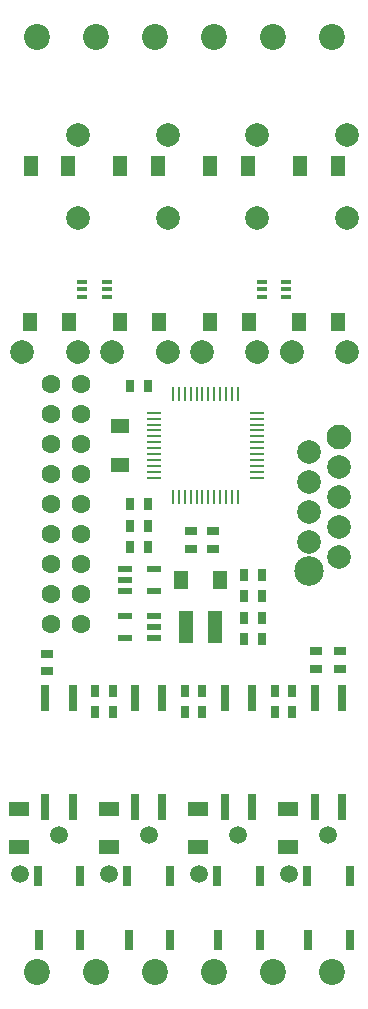
<source format=gbs>
G04 #@! TF.GenerationSoftware,KiCad,Pcbnew,(5.1.9)-1*
G04 #@! TF.CreationDate,2023-02-03T00:57:47+01:00*
G04 #@! TF.ProjectId,Base,42617365-2e6b-4696-9361-645f70636258,rev?*
G04 #@! TF.SameCoordinates,Original*
G04 #@! TF.FileFunction,Soldermask,Bot*
G04 #@! TF.FilePolarity,Negative*
%FSLAX46Y46*%
G04 Gerber Fmt 4.6, Leading zero omitted, Abs format (unit mm)*
G04 Created by KiCad (PCBNEW (5.1.9)-1) date 2023-02-03 00:57:47*
%MOMM*%
%LPD*%
G01*
G04 APERTURE LIST*
%ADD10R,0.800000X2.200000*%
%ADD11R,1.000000X0.700000*%
%ADD12R,1.200000X0.550000*%
%ADD13C,1.600000*%
%ADD14C,0.600000*%
%ADD15C,2.000000*%
%ADD16C,2.200000*%
%ADD17R,1.200000X1.700000*%
%ADD18R,1.700000X1.200000*%
%ADD19R,0.700000X1.000000*%
%ADD20R,1.200000X1.600000*%
%ADD21R,1.300000X0.250000*%
%ADD22R,0.250000X1.300000*%
%ADD23C,2.100000*%
%ADD24C,2.500000*%
%ADD25R,0.900000X0.350000*%
%ADD26R,1.300000X2.800000*%
%ADD27R,0.800000X1.800000*%
%ADD28C,1.500000*%
%ADD29R,1.600000X1.200000*%
G04 APERTURE END LIST*
D10*
X35750000Y-73400000D03*
X33450000Y-73400000D03*
X33450000Y-82600000D03*
X35750000Y-82600000D03*
D11*
X18400000Y-71150000D03*
X18400000Y-69650000D03*
D12*
X24993500Y-66447500D03*
X24993500Y-68352500D03*
X27406500Y-68352500D03*
X27406500Y-67400000D03*
X27406500Y-66447500D03*
D13*
X18730000Y-54460000D03*
X18730000Y-64620000D03*
X18730000Y-62080000D03*
X18730000Y-49380000D03*
X18730000Y-67160000D03*
X18730000Y-46840000D03*
X18730000Y-59540000D03*
X18730000Y-57000000D03*
X18730000Y-51920000D03*
X21270000Y-67160000D03*
X21270000Y-46840000D03*
X21270000Y-49380000D03*
X21270000Y-51920000D03*
X21270000Y-54460000D03*
X21270000Y-57000000D03*
X21270000Y-59540000D03*
X21270000Y-62080000D03*
X21270000Y-64620000D03*
D14*
X21000000Y-26450000D03*
X21000000Y-25050000D03*
X21000000Y-33450000D03*
X21000000Y-32050000D03*
D15*
X21000000Y-25750000D03*
X21000000Y-44150000D03*
X16300000Y-44150000D03*
X21000000Y-32750000D03*
D14*
X21000000Y-43450000D03*
X20300000Y-44150000D03*
X21050000Y-44850000D03*
X21700000Y-44150000D03*
X17000000Y-44150000D03*
X15600000Y-44150000D03*
X16300000Y-43450000D03*
X16300000Y-44850000D03*
D16*
X17500000Y-17400000D03*
X27500000Y-17400000D03*
X22500000Y-17400000D03*
X32500000Y-17400000D03*
X37500000Y-17400000D03*
X42500000Y-17400000D03*
D14*
X43800000Y-26450000D03*
X43800000Y-25050000D03*
X43800000Y-33450000D03*
X43800000Y-32050000D03*
D15*
X43800000Y-25750000D03*
X43800000Y-44150000D03*
X39100000Y-44150000D03*
X43800000Y-32750000D03*
D14*
X43800000Y-43450000D03*
X43100000Y-44150000D03*
X43850000Y-44850000D03*
X44500000Y-44150000D03*
X39800000Y-44150000D03*
X38400000Y-44150000D03*
X39100000Y-43450000D03*
X39100000Y-44850000D03*
X36200000Y-26450000D03*
X36200000Y-25050000D03*
X36200000Y-33450000D03*
X36200000Y-32050000D03*
D15*
X36200000Y-25750000D03*
X36200000Y-44150000D03*
X31500000Y-44150000D03*
X36200000Y-32750000D03*
D14*
X36200000Y-43450000D03*
X35500000Y-44150000D03*
X36250000Y-44850000D03*
X36900000Y-44150000D03*
X32200000Y-44150000D03*
X30800000Y-44150000D03*
X31500000Y-43450000D03*
X31500000Y-44850000D03*
X28600000Y-26450000D03*
X28600000Y-25050000D03*
X28600000Y-33450000D03*
X28600000Y-32050000D03*
D15*
X28600000Y-25750000D03*
X28600000Y-44150000D03*
X23900000Y-44150000D03*
X28600000Y-32750000D03*
D14*
X28600000Y-43450000D03*
X27900000Y-44150000D03*
X28650000Y-44850000D03*
X29300000Y-44150000D03*
X24600000Y-44150000D03*
X23200000Y-44150000D03*
X23900000Y-43450000D03*
X23900000Y-44850000D03*
D17*
X17000000Y-28400000D03*
X20200000Y-28400000D03*
X24600000Y-28400000D03*
X27800000Y-28400000D03*
X32200000Y-28400000D03*
X35400000Y-28400000D03*
X39800000Y-28400000D03*
X43000000Y-28400000D03*
D18*
X16000000Y-86000000D03*
X16000000Y-82800000D03*
X23600000Y-86000000D03*
X23600000Y-82800000D03*
X31200000Y-86000000D03*
X31200000Y-82800000D03*
X38800000Y-86000000D03*
X38800000Y-82800000D03*
D19*
X22450000Y-72800000D03*
X23950000Y-72800000D03*
X30050000Y-72800000D03*
X31550000Y-72800000D03*
X37650000Y-72800000D03*
X39150000Y-72800000D03*
D11*
X41200000Y-70950000D03*
X41200000Y-69450000D03*
X32400000Y-60750000D03*
X32400000Y-59250000D03*
D16*
X42500000Y-96600000D03*
X32500000Y-96600000D03*
X37500000Y-96600000D03*
X27500000Y-96600000D03*
X22500000Y-96600000D03*
X17500000Y-96600000D03*
D20*
X20250000Y-41600000D03*
X16950000Y-41600000D03*
X27850000Y-41600000D03*
X24550000Y-41600000D03*
X35450000Y-41600000D03*
X32150000Y-41600000D03*
X43050000Y-41600000D03*
X39750000Y-41600000D03*
D10*
X20550000Y-73400000D03*
X18250000Y-73400000D03*
X18250000Y-82600000D03*
X20550000Y-82600000D03*
X28150000Y-73400000D03*
X25850000Y-73400000D03*
X25850000Y-82600000D03*
X28150000Y-82600000D03*
X43350000Y-73400000D03*
X41050000Y-73400000D03*
X41050000Y-82600000D03*
X43350000Y-82600000D03*
D21*
X36150000Y-54750000D03*
X36150000Y-54250000D03*
X36150000Y-53750000D03*
X36150000Y-53250000D03*
X36150000Y-52750000D03*
X36150000Y-52250000D03*
X36150000Y-51750000D03*
X36150000Y-51250000D03*
X36150000Y-50750000D03*
X36150000Y-50250000D03*
X36150000Y-49750000D03*
X36150000Y-49250000D03*
D22*
X34550000Y-47650000D03*
X34050000Y-47650000D03*
X33550000Y-47650000D03*
X33050000Y-47650000D03*
X32550000Y-47650000D03*
X32050000Y-47650000D03*
X31550000Y-47650000D03*
X31050000Y-47650000D03*
X30550000Y-47650000D03*
X30050000Y-47650000D03*
X29550000Y-47650000D03*
X29050000Y-47650000D03*
D21*
X27450000Y-49250000D03*
X27450000Y-49750000D03*
X27450000Y-50250000D03*
X27450000Y-50750000D03*
X27450000Y-51250000D03*
X27450000Y-51750000D03*
X27450000Y-52250000D03*
X27450000Y-52750000D03*
X27450000Y-53250000D03*
X27450000Y-53750000D03*
X27450000Y-54250000D03*
X27450000Y-54750000D03*
D22*
X29050000Y-56350000D03*
X29550000Y-56350000D03*
X30050000Y-56350000D03*
X30550000Y-56350000D03*
X31050000Y-56350000D03*
X31550000Y-56350000D03*
X32050000Y-56350000D03*
X32550000Y-56350000D03*
X33050000Y-56350000D03*
X33550000Y-56350000D03*
X34050000Y-56350000D03*
X34550000Y-56350000D03*
D12*
X27406500Y-64352500D03*
X27406500Y-62447500D03*
X24993500Y-62447500D03*
X24993500Y-63400000D03*
X24993500Y-64352500D03*
D23*
X43070000Y-51320000D03*
D15*
X40530000Y-52555000D03*
X43070000Y-53825000D03*
D24*
X40530000Y-62680000D03*
D15*
X40530000Y-57635000D03*
X43070000Y-58905000D03*
X43070000Y-61445000D03*
X40530000Y-60175000D03*
X43070000Y-56365000D03*
X40530000Y-55095000D03*
D19*
X23950000Y-74600000D03*
X22450000Y-74600000D03*
X31550000Y-74600000D03*
X30050000Y-74600000D03*
X39150000Y-74600000D03*
X37650000Y-74600000D03*
D11*
X43200000Y-69450000D03*
X43200000Y-70950000D03*
D25*
X23450000Y-38800000D03*
X23450000Y-38150000D03*
X23450000Y-39450000D03*
X21350000Y-39450000D03*
X21350000Y-38150000D03*
X21350000Y-38800000D03*
X38650000Y-38800000D03*
X38650000Y-38150000D03*
X38650000Y-39450000D03*
X36550000Y-39450000D03*
X36550000Y-38150000D03*
X36550000Y-38800000D03*
D11*
X30600000Y-59250000D03*
X30600000Y-60750000D03*
D19*
X25450000Y-58800000D03*
X26950000Y-58800000D03*
X26950000Y-57000000D03*
X25450000Y-57000000D03*
X26950000Y-60600000D03*
X25450000Y-60600000D03*
X36550000Y-66600000D03*
X35050000Y-66600000D03*
D20*
X33050000Y-63400000D03*
X29750000Y-63400000D03*
D26*
X32650000Y-67400000D03*
X30150000Y-67400000D03*
D19*
X35050000Y-64800000D03*
X36550000Y-64800000D03*
X35050000Y-63000000D03*
X36550000Y-63000000D03*
D27*
X21200000Y-93900000D03*
X17700000Y-93900000D03*
X17600000Y-88500000D03*
X21200000Y-88500000D03*
X28800000Y-93900000D03*
X25300000Y-93900000D03*
X25200000Y-88500000D03*
X28800000Y-88500000D03*
X36400000Y-93900000D03*
X32900000Y-93900000D03*
X32800000Y-88500000D03*
X36400000Y-88500000D03*
X44000000Y-93900000D03*
X40500000Y-93900000D03*
X40400000Y-88500000D03*
X44000000Y-88500000D03*
D19*
X36550000Y-68400000D03*
X35050000Y-68400000D03*
D28*
X16076598Y-88323402D03*
X19400000Y-85000000D03*
X23676598Y-88323402D03*
X27000000Y-85000000D03*
X31276598Y-88323402D03*
X34600000Y-85000000D03*
X38876598Y-88323402D03*
X42200000Y-85000000D03*
D19*
X25450000Y-47000000D03*
X26950000Y-47000000D03*
D29*
X24600000Y-50350000D03*
X24600000Y-53650000D03*
M02*

</source>
